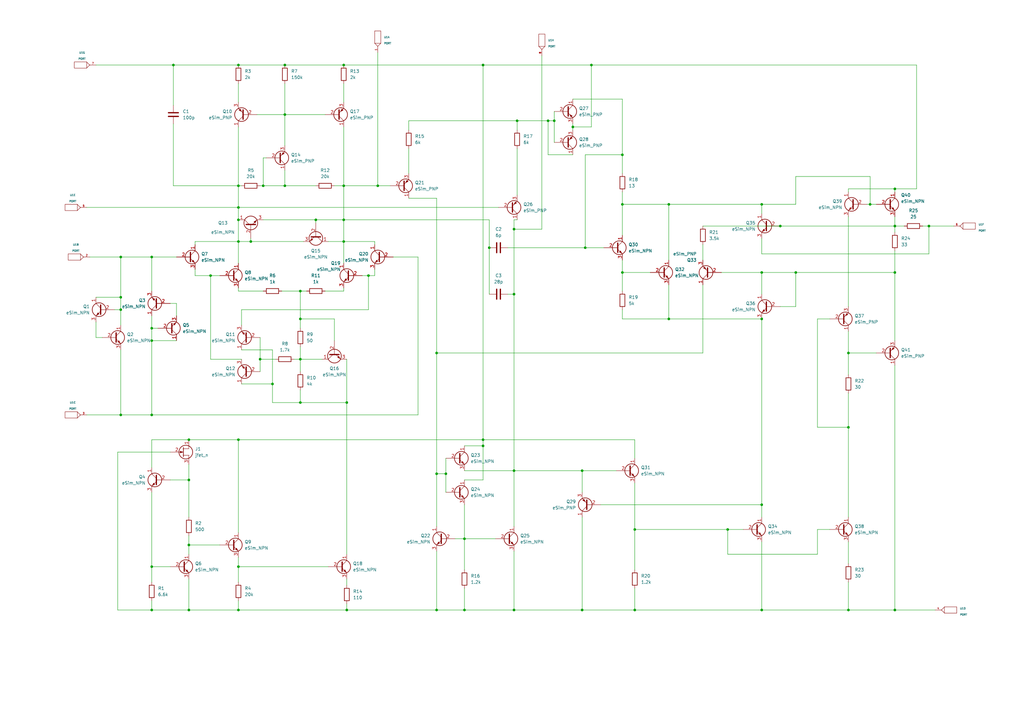
<source format=kicad_sch>
(kicad_sch (version 20211123) (generator eeschema)
  (paper "A3")
  (lib_symbols
    (symbol "eSim_Devices:capacitor" (pin_numbers hide) (pin_names (offset 0.254))
      (property "Reference" "C" (at 0.635 2.54 0))
      (property "Value" "capacitor" (at 0.635 -2.54 0))
      (symbol "capacitor_0_1"
        (polyline (pts (xy -2.032 -0.762) (xy 2.032 -0.762)) (stroke (width 0.508)))
        (polyline (pts (xy -2.032 0.762) (xy 2.032 0.762)) (stroke (width 0.508)))
      )
      (symbol "capacitor_1_1"
        (pin passive line (at 0 3.81 270) (length 2.794) (name "~") (number "1"))
        (pin passive line (at 0 -3.81 90) (length 2.794) (name "~") (number "2"))
      )
    )
    (symbol "eSim_Devices:eSim_NPN" (pin_names (offset 0) hide)
      (property "Reference" "Q" (at -2.54 1.27 0))
      (property "Value" "eSim_NPN" (at -1.27 3.81 0))
      (symbol "eSim_NPN_0_1"
        (polyline (pts (xy 0.635 0.635) (xy 2.54 2.54)))
        (polyline (pts (xy 0.635 -0.635) (xy 2.54 -2.54) (xy 2.54 -2.54)))
        (polyline (pts (xy 0.635 1.905) (xy 0.635 -1.905) (xy 0.635 -1.905)) (stroke (width 0.508)))
        (polyline (pts (xy 1.27 -1.778) (xy 1.778 -1.27) (xy 2.286 -2.286) (xy 1.27 -1.778) (xy 1.27 -1.778)) (fill (type outline)))
        (circle (center 1.27 0) (radius 2.8194) (stroke (width 0.254)))
      )
      (symbol "eSim_NPN_1_1"
        (pin passive line (at 2.54 5.08 270) (length 2.54) (name "C") (number "1"))
        (pin passive line (at -5.08 0 0) (length 5.715) (name "B") (number "2"))
        (pin passive line (at 2.54 -5.08 90) (length 2.54) (name "E") (number "3"))
      )
    )
    (symbol "eSim_Devices:eSim_PNP" (pin_names (offset 0) hide)
      (property "Reference" "Q" (at -2.54 1.27 0))
      (property "Value" "eSim_PNP" (at -1.27 3.81 0))
      (symbol "eSim_PNP_0_1"
        (polyline (pts (xy 0.635 0.635) (xy 2.54 2.54)))
        (polyline (pts (xy 0.635 -0.635) (xy 2.54 -2.54) (xy 2.54 -2.54)))
        (polyline (pts (xy 0.635 1.905) (xy 0.635 -1.905) (xy 0.635 -1.905)) (stroke (width 0.508)))
        (polyline (pts (xy 2.286 -1.778) (xy 1.778 -2.286) (xy 1.27 -1.27) (xy 2.286 -1.778) (xy 2.286 -1.778)) (fill (type outline)))
        (circle (center 1.27 0) (radius 2.8194) (stroke (width 0.254)))
      )
      (symbol "eSim_PNP_1_1"
        (pin passive line (at 2.54 5.08 270) (length 2.54) (name "C") (number "1"))
        (pin passive line (at -5.08 0 0) (length 5.715) (name "B") (number "2"))
        (pin passive line (at 2.54 -5.08 90) (length 2.54) (name "E") (number "3"))
      )
    )
    (symbol "eSim_Devices:jfet_n" (pin_names (offset 0) hide)
      (property "Reference" "J" (at -2.54 1.27 0))
      (property "Value" "jfet_n" (at -1.27 3.81 0))
      (symbol "jfet_n_0_1"
        (polyline (pts (xy 0.254 1.905) (xy 0.254 -1.905) (xy 0.254 -1.905)) (stroke (width 0.254)))
        (polyline (pts (xy 2.54 -2.54) (xy 2.54 -1.27) (xy 0.254 -1.27)))
        (polyline (pts (xy 2.54 2.54) (xy 2.54 1.397) (xy 0.254 1.397)))
        (polyline (pts (xy 0 0) (xy -1.016 0.381) (xy -1.016 -0.381) (xy 0 0)) (fill (type outline)))
        (circle (center 1.27 0) (radius 2.8194) (stroke (width 0.254)))
      )
      (symbol "jfet_n_1_1"
        (pin passive line (at 2.54 5.08 270) (length 2.54) (name "D") (number "1"))
        (pin passive line (at -5.08 0 0) (length 5.334) (name "G") (number "2"))
        (pin passive line (at 2.54 -5.08 90) (length 2.54) (name "S") (number "3"))
      )
    )
    (symbol "eSim_Devices:resistor" (pin_numbers hide) (pin_names (offset 0))
      (property "Reference" "R" (at 1.27 3.302 0))
      (property "Value" "resistor" (at 1.27 -1.27 0))
      (symbol "resistor_0_1"
        (rectangle (start 3.81 0.254) (end -1.27 2.286) (stroke (width 0.254)))
      )
      (symbol "resistor_1_1"
        (pin passive line (at -2.54 1.27 0) (length 1.27) (name "~") (number "1"))
        (pin passive line (at 5.08 1.27 180) (length 1.27) (name "~") (number "2"))
      )
    )
    (symbol "eSim_Miscellaneous:PORT" (pin_names (offset 1.016))
      (property "Reference" "U" (at 1.27 2.54 0))
      (property "Value" "PORT" (at 0 0 0))
      (symbol "PORT_0_1"
        (rectangle (start -2.54 1.27) (end 2.54 -1.27))
        (arc (start 2.54 1.27) (mid 3.1355 0.5955) (end 3.81 0))
        (arc (start 3.81 0) (mid 3.1447 -0.6046) (end 2.54 -1.27))
      )
      (symbol "PORT_1_1"
        (pin bidirectional line (at 6.35 0 180) (length 2.54) (name "~") (number "1"))
      )
      (symbol "PORT_2_1"
        (pin bidirectional line (at 6.35 0 180) (length 2.54) (name "~") (number "2"))
      )
      (symbol "PORT_3_1"
        (pin bidirectional line (at 6.35 0 180) (length 2.54) (name "~") (number "3"))
      )
      (symbol "PORT_4_1"
        (pin bidirectional line (at 6.35 0 180) (length 2.54) (name "~") (number "4"))
      )
      (symbol "PORT_5_1"
        (pin bidirectional line (at 6.35 0 180) (length 2.54) (name "~") (number "5"))
      )
      (symbol "PORT_6_1"
        (pin bidirectional line (at 6.35 0 180) (length 2.54) (name "~") (number "6"))
      )
      (symbol "PORT_7_1"
        (pin bidirectional line (at 6.35 0 180) (length 2.54) (name "~") (number "7"))
      )
      (symbol "PORT_8_1"
        (pin bidirectional line (at 6.35 0 180) (length 2.54) (name "~") (number "8"))
      )
      (symbol "PORT_9_1"
        (pin bidirectional line (at 6.35 0 180) (length 2.54) (name "~") (number "9"))
      )
      (symbol "PORT_10_1"
        (pin bidirectional line (at 6.35 0 180) (length 2.54) (name "~") (number "10"))
      )
      (symbol "PORT_11_1"
        (pin bidirectional line (at 6.35 0 180) (length 2.54) (name "~") (number "11"))
      )
      (symbol "PORT_12_1"
        (pin bidirectional line (at 6.35 0 180) (length 2.54) (name "~") (number "12"))
      )
      (symbol "PORT_13_1"
        (pin bidirectional line (at 6.35 0 180) (length 2.54) (name "~") (number "13"))
      )
      (symbol "PORT_14_1"
        (pin bidirectional line (at 6.35 0 180) (length 2.54) (name "~") (number "14"))
      )
      (symbol "PORT_15_1"
        (pin bidirectional line (at 6.35 0 180) (length 2.54) (name "~") (number "15"))
      )
      (symbol "PORT_16_1"
        (pin bidirectional line (at 6.35 0 180) (length 2.54) (name "~") (number "16"))
      )
      (symbol "PORT_17_1"
        (pin bidirectional line (at 6.35 0 180) (length 2.54) (name "~") (number "17"))
      )
      (symbol "PORT_18_1"
        (pin bidirectional line (at 6.35 0 180) (length 2.54) (name "~") (number "18"))
      )
      (symbol "PORT_19_1"
        (pin bidirectional line (at 6.35 0 180) (length 2.54) (name "~") (number "19"))
      )
      (symbol "PORT_20_1"
        (pin bidirectional line (at 6.35 0 180) (length 2.54) (name "~") (number "20"))
      )
      (symbol "PORT_21_1"
        (pin bidirectional line (at 6.35 0 180) (length 2.54) (name "~") (number "21"))
      )
      (symbol "PORT_22_1"
        (pin bidirectional line (at 6.35 0 180) (length 2.54) (name "~") (number "22"))
      )
      (symbol "PORT_23_1"
        (pin bidirectional line (at 6.35 0 180) (length 2.54) (name "~") (number "23"))
      )
      (symbol "PORT_24_1"
        (pin bidirectional line (at 6.35 0 180) (length 2.54) (name "~") (number "24"))
      )
      (symbol "PORT_25_1"
        (pin bidirectional line (at 6.35 0 180) (length 2.54) (name "~") (number "25"))
      )
      (symbol "PORT_26_1"
        (pin bidirectional line (at 6.35 0 180) (length 2.54) (name "~") (number "26"))
      )
    )
  )
  (junction (at 97.79 99.06))
  (junction (at 312.42 250.19))
  (junction (at 140.97 90.17))
  (junction (at 62.23 139.7))
  (junction (at 107.95 76.2))
  (junction (at 320.04 92.71))
  (junction (at 179.07 194.31))
  (junction (at 190.5 220.98))
  (junction (at 142.24 165.1))
  (junction (at 255.27 63.5))
  (junction (at 129.54 90.17))
  (junction (at 49.53 127))
  (junction (at 97.79 90.17))
  (junction (at 86.36 113.03))
  (junction (at 151.13 113.03))
  (junction (at 238.76 193.04))
  (junction (at 227.33 49.53))
  (junction (at 97.79 180.34))
  (junction (at 62.23 250.19))
  (junction (at 234.95 52.07))
  (junction (at 97.79 250.19))
  (junction (at 140.97 99.06))
  (junction (at 347.98 144.78))
  (junction (at 238.76 250.19))
  (junction (at 116.84 46.99))
  (junction (at 49.53 170.18))
  (junction (at 367.03 92.71))
  (junction (at 198.12 182.88))
  (junction (at 97.79 76.2))
  (junction (at 97.79 26.67))
  (junction (at 312.42 83.82))
  (junction (at 367.03 250.19))
  (junction (at 77.47 180.34))
  (junction (at 367.03 111.76))
  (junction (at 260.35 217.17))
  (junction (at 179.07 144.78))
  (junction (at 123.19 130.81))
  (junction (at 312.42 130.81))
  (junction (at 198.12 180.34))
  (junction (at 210.82 93.98))
  (junction (at 142.24 250.19))
  (junction (at 210.82 193.04))
  (junction (at 49.53 121.92))
  (junction (at 116.84 76.2))
  (junction (at 123.19 165.1))
  (junction (at 62.23 134.62))
  (junction (at 182.88 194.31))
  (junction (at 198.12 26.67))
  (junction (at 200.66 101.6))
  (junction (at 347.98 175.26))
  (junction (at 356.87 83.82))
  (junction (at 190.5 250.19))
  (junction (at 274.32 83.82))
  (junction (at 154.94 76.2))
  (junction (at 367.03 77.47))
  (junction (at 210.82 120.65))
  (junction (at 106.68 147.32))
  (junction (at 140.97 76.2))
  (junction (at 111.76 157.48))
  (junction (at 62.23 105.41))
  (junction (at 71.12 26.67))
  (junction (at 347.98 250.19))
  (junction (at 123.19 147.32))
  (junction (at 179.07 250.19))
  (junction (at 62.23 232.41))
  (junction (at 140.97 26.67))
  (junction (at 97.79 232.41))
  (junction (at 312.42 207.01))
  (junction (at 49.53 105.41))
  (junction (at 77.47 250.19))
  (junction (at 210.82 250.19))
  (junction (at 240.03 101.6))
  (junction (at 274.32 130.81))
  (junction (at 62.23 170.18))
  (junction (at 326.39 111.76))
  (junction (at 312.42 111.76))
  (junction (at 260.35 250.19))
  (junction (at 77.47 223.52))
  (junction (at 123.19 119.38))
  (junction (at 255.27 83.82))
  (junction (at 298.45 217.17))
  (junction (at 224.79 49.53))
  (junction (at 255.27 111.76))
  (junction (at 381 92.71))
  (junction (at 102.87 99.06))
  (junction (at 77.47 196.85))
  (junction (at 97.79 85.09))
  (junction (at 242.57 26.67))
  (junction (at 212.09 49.53))
  (junction (at 116.84 26.67))
  (wire (pts (xy 240.03 63.5) (xy 240.03 101.6)))
  (wire (pts (xy 77.47 237.49) (xy 77.47 250.19)))
  (wire (pts (xy 123.19 165.1) (xy 111.76 165.1)))
  (wire (pts (xy 190.5 220.98) (xy 190.5 207.01)))
  (wire (pts (xy 255.27 111.76) (xy 255.27 119.38)))
  (wire (pts (xy 260.35 217.17) (xy 260.35 233.68)))
  (wire (pts (xy 224.79 63.5) (xy 224.79 49.53)))
  (wire (pts (xy 198.12 182.88) (xy 190.5 182.88)))
  (wire (pts (xy 320.04 125.73) (xy 326.39 125.73)))
  (wire (pts (xy 347.98 135.89) (xy 347.98 144.78)))
  (wire (pts (xy 123.19 147.32) (xy 132.08 147.32)))
  (wire (pts (xy 274.32 106.68) (xy 274.32 83.82)))
  (wire (pts (xy 99.06 143.51) (xy 111.76 143.51)))
  (wire (pts (xy 367.03 250.19) (xy 383.54 250.19)))
  (wire (pts (xy 77.47 196.85) (xy 77.47 212.09)))
  (wire (pts (xy 99.06 133.35) (xy 99.06 127)))
  (wire (pts (xy 140.97 34.29) (xy 140.97 41.91)))
  (wire (pts (xy 335.28 217.17) (xy 335.28 227.33)))
  (wire (pts (xy 72.39 139.7) (xy 62.23 139.7)))
  (wire (pts (xy 255.27 63.5) (xy 240.03 63.5)))
  (wire (pts (xy 77.47 223.52) (xy 77.47 227.33)))
  (wire (pts (xy 142.24 237.49) (xy 142.24 240.03)))
  (wire (pts (xy 140.97 76.2) (xy 140.97 90.17)))
  (wire (pts (xy 62.23 191.77) (xy 62.23 180.34)))
  (wire (pts (xy 234.95 52.07) (xy 242.57 52.07)))
  (wire (pts (xy 238.76 212.09) (xy 238.76 250.19)))
  (wire (pts (xy 77.47 219.71) (xy 77.47 223.52)))
  (wire (pts (xy 106.68 147.32) (xy 106.68 152.4)))
  (wire (pts (xy 140.97 99.06) (xy 140.97 107.95)))
  (wire (pts (xy 179.07 194.31) (xy 182.88 194.31)))
  (wire (pts (xy 288.29 92.71) (xy 320.04 92.71)))
  (wire (pts (xy 179.07 194.31) (xy 179.07 215.9)))
  (wire (pts (xy 312.42 207.01) (xy 312.42 212.09)))
  (wire (pts (xy 367.03 92.71) (xy 367.03 95.25)))
  (wire (pts (xy 210.82 193.04) (xy 190.5 193.04)))
  (wire (pts (xy 227.33 45.72) (xy 227.33 49.53)))
  (wire (pts (xy 312.42 104.14) (xy 381 104.14)))
  (wire (pts (xy 255.27 78.74) (xy 255.27 83.82)))
  (wire (pts (xy 179.07 81.28) (xy 179.07 144.78)))
  (wire (pts (xy 62.23 105.41) (xy 62.23 119.38)))
  (wire (pts (xy 97.79 228.6) (xy 97.79 232.41)))
  (wire (pts (xy 212.09 60.96) (xy 212.09 80.01)))
  (wire (pts (xy 48.26 250.19) (xy 62.23 250.19)))
  (wire (pts (xy 140.97 119.38) (xy 140.97 118.11)))
  (wire (pts (xy 97.79 99.06) (xy 102.87 99.06)))
  (wire (pts (xy 367.03 250.19) (xy 347.98 250.19)))
  (wire (pts (xy 97.79 34.29) (xy 97.79 41.91)))
  (wire (pts (xy 212.09 49.53) (xy 224.79 49.53)))
  (wire (pts (xy 255.27 130.81) (xy 255.27 127)))
  (wire (pts (xy 234.95 50.8) (xy 234.95 52.07)))
  (wire (pts (xy 260.35 217.17) (xy 298.45 217.17)))
  (wire (pts (xy 62.23 139.7) (xy 62.23 170.18)))
  (wire (pts (xy 77.47 250.19) (xy 62.23 250.19)))
  (wire (pts (xy 140.97 76.2) (xy 154.94 76.2)))
  (wire (pts (xy 190.5 196.85) (xy 198.12 196.85)))
  (wire (pts (xy 260.35 180.34) (xy 198.12 180.34)))
  (wire (pts (xy 97.79 85.09) (xy 204.47 85.09)))
  (wire (pts (xy 80.01 113.03) (xy 86.36 113.03)))
  (wire (pts (xy 255.27 63.5) (xy 255.27 71.12)))
  (wire (pts (xy 260.35 241.3) (xy 260.35 250.19)))
  (wire (pts (xy 210.82 93.98) (xy 222.25 93.98)))
  (wire (pts (xy 246.38 207.01) (xy 312.42 207.01)))
  (wire (pts (xy 115.57 119.38) (xy 123.19 119.38)))
  (wire (pts (xy 190.5 250.19) (xy 179.07 250.19)))
  (wire (pts (xy 123.19 160.02) (xy 123.19 165.1)))
  (wire (pts (xy 367.03 149.86) (xy 367.03 250.19)))
  (wire (pts (xy 154.94 76.2) (xy 160.02 76.2)))
  (wire (pts (xy 140.97 90.17) (xy 140.97 99.06)))
  (wire (pts (xy 356.87 72.39) (xy 326.39 72.39)))
  (wire (pts (xy 355.6 83.82) (xy 356.87 83.82)))
  (wire (pts (xy 367.03 77.47) (xy 367.03 78.74)))
  (wire (pts (xy 62.23 134.62) (xy 64.77 134.62)))
  (wire (pts (xy 86.36 147.32) (xy 86.36 113.03)))
  (wire (pts (xy 208.28 120.65) (xy 210.82 120.65)))
  (wire (pts (xy 210.82 120.65) (xy 210.82 193.04)))
  (wire (pts (xy 367.03 77.47) (xy 375.92 77.47)))
  (wire (pts (xy 134.62 99.06) (xy 140.97 99.06)))
  (wire (pts (xy 97.79 26.67) (xy 116.84 26.67)))
  (wire (pts (xy 224.79 49.53) (xy 227.33 49.53)))
  (wire (pts (xy 210.82 226.06) (xy 210.82 250.19)))
  (wire (pts (xy 171.45 105.41) (xy 171.45 170.18)))
  (wire (pts (xy 124.46 99.06) (xy 102.87 99.06)))
  (wire (pts (xy 367.03 111.76) (xy 367.03 139.7)))
  (wire (pts (xy 62.23 105.41) (xy 72.39 105.41)))
  (wire (pts (xy 97.79 90.17) (xy 97.79 99.06)))
  (wire (pts (xy 49.53 105.41) (xy 62.23 105.41)))
  (wire (pts (xy 347.98 77.47) (xy 367.03 77.47)))
  (wire (pts (xy 298.45 227.33) (xy 298.45 217.17)))
  (wire (pts (xy 97.79 119.38) (xy 107.95 119.38)))
  (wire (pts (xy 326.39 125.73) (xy 326.39 111.76)))
  (wire (pts (xy 255.27 106.68) (xy 255.27 111.76)))
  (wire (pts (xy 312.42 120.65) (xy 312.42 111.76)))
  (wire (pts (xy 137.16 139.7) (xy 137.16 130.81)))
  (wire (pts (xy 106.68 147.32) (xy 113.03 147.32)))
  (wire (pts (xy 69.85 185.42) (xy 48.26 185.42)))
  (wire (pts (xy 198.12 196.85) (xy 198.12 182.88)))
  (wire (pts (xy 234.95 40.64) (xy 255.27 40.64)))
  (wire (pts (xy 312.42 250.19) (xy 260.35 250.19)))
  (wire (pts (xy 97.79 76.2) (xy 99.06 76.2)))
  (wire (pts (xy 312.42 97.79) (xy 312.42 104.14)))
  (wire (pts (xy 288.29 144.78) (xy 179.07 144.78)))
  (wire (pts (xy 140.97 99.06) (xy 153.67 99.06)))
  (wire (pts (xy 347.98 78.74) (xy 347.98 77.47)))
  (wire (pts (xy 49.53 121.92) (xy 49.53 127)))
  (wire (pts (xy 238.76 193.04) (xy 252.73 193.04)))
  (wire (pts (xy 62.23 250.19) (xy 62.23 246.38)))
  (wire (pts (xy 312.42 207.01) (xy 312.42 130.81)))
  (wire (pts (xy 77.47 190.5) (xy 77.47 196.85)))
  (wire (pts (xy 39.37 132.08) (xy 39.37 138.43)))
  (wire (pts (xy 99.06 127) (xy 151.13 127)))
  (wire (pts (xy 335.28 227.33) (xy 298.45 227.33)))
  (wire (pts (xy 298.45 217.17) (xy 304.8 217.17)))
  (wire (pts (xy 326.39 72.39) (xy 326.39 83.82)))
  (wire (pts (xy 161.29 105.41) (xy 171.45 105.41)))
  (wire (pts (xy 116.84 46.99) (xy 116.84 59.69)))
  (wire (pts (xy 198.12 26.67) (xy 140.97 26.67)))
  (wire (pts (xy 238.76 201.93) (xy 238.76 193.04)))
  (wire (pts (xy 133.35 119.38) (xy 140.97 119.38)))
  (wire (pts (xy 167.64 49.53) (xy 167.64 53.34)))
  (wire (pts (xy 80.01 100.33) (xy 80.01 99.06)))
  (wire (pts (xy 39.37 138.43) (xy 41.91 138.43)))
  (wire (pts (xy 335.28 130.81) (xy 335.28 175.26)))
  (wire (pts (xy 71.12 50.8) (xy 71.12 76.2)))
  (wire (pts (xy 260.35 187.96) (xy 260.35 180.34)))
  (wire (pts (xy 190.5 241.3) (xy 190.5 250.19)))
  (wire (pts (xy 97.79 85.09) (xy 97.79 90.17)))
  (wire (pts (xy 210.82 250.19) (xy 190.5 250.19)))
  (wire (pts (xy 212.09 49.53) (xy 167.64 49.53)))
  (wire (pts (xy 129.54 90.17) (xy 129.54 91.44)))
  (wire (pts (xy 109.22 64.77) (xy 107.95 64.77)))
  (wire (pts (xy 142.24 165.1) (xy 142.24 227.33)))
  (wire (pts (xy 71.12 43.18) (xy 71.12 26.67)))
  (wire (pts (xy 151.13 113.03) (xy 153.67 113.03)))
  (wire (pts (xy 49.53 170.18) (xy 62.23 170.18)))
  (wire (pts (xy 49.53 127) (xy 49.53 133.35)))
  (wire (pts (xy 80.01 99.06) (xy 97.79 99.06)))
  (wire (pts (xy 381 92.71) (xy 378.46 92.71)))
  (wire (pts (xy 240.03 101.6) (xy 247.65 101.6)))
  (wire (pts (xy 148.59 113.03) (xy 151.13 113.03)))
  (wire (pts (xy 210.82 90.17) (xy 210.82 93.98)))
  (wire (pts (xy 198.12 180.34) (xy 198.12 182.88)))
  (wire (pts (xy 347.98 88.9) (xy 347.98 125.73)))
  (wire (pts (xy 120.65 147.32) (xy 123.19 147.32)))
  (wire (pts (xy 97.79 180.34) (xy 198.12 180.34)))
  (wire (pts (xy 97.79 52.07) (xy 97.79 76.2)))
  (wire (pts (xy 35.56 85.09) (xy 97.79 85.09)))
  (wire (pts (xy 62.23 170.18) (xy 171.45 170.18)))
  (wire (pts (xy 106.68 138.43) (xy 106.68 147.32)))
  (wire (pts (xy 234.95 52.07) (xy 234.95 53.34)))
  (wire (pts (xy 255.27 40.64) (xy 255.27 63.5)))
  (wire (pts (xy 367.03 88.9) (xy 367.03 92.71)))
  (wire (pts (xy 375.92 26.67) (xy 242.57 26.67)))
  (wire (pts (xy 375.92 77.47) (xy 375.92 26.67)))
  (wire (pts (xy 97.79 218.44) (xy 97.79 180.34)))
  (wire (pts (xy 179.07 226.06) (xy 179.07 250.19)))
  (wire (pts (xy 97.79 232.41) (xy 97.79 238.76)))
  (wire (pts (xy 123.19 147.32) (xy 123.19 152.4)))
  (wire (pts (xy 154.94 21.59) (xy 154.94 76.2)))
  (wire (pts (xy 153.67 113.03) (xy 153.67 110.49)))
  (wire (pts (xy 106.68 76.2) (xy 107.95 76.2)))
  (wire (pts (xy 116.84 26.67) (xy 140.97 26.67)))
  (wire (pts (xy 186.69 220.98) (xy 190.5 220.98)))
  (wire (pts (xy 222.25 22.86) (xy 222.25 93.98)))
  (wire (pts (xy 107.95 64.77) (xy 107.95 76.2)))
  (wire (pts (xy 238.76 250.19) (xy 210.82 250.19)))
  (wire (pts (xy 36.83 105.41) (xy 49.53 105.41)))
  (wire (pts (xy 97.79 232.41) (xy 134.62 232.41)))
  (wire (pts (xy 227.33 49.53) (xy 227.33 58.42)))
  (wire (pts (xy 190.5 220.98) (xy 190.5 233.68)))
  (wire (pts (xy 260.35 250.19) (xy 238.76 250.19)))
  (wire (pts (xy 312.42 222.25) (xy 312.42 250.19)))
  (wire (pts (xy 179.07 144.78) (xy 179.07 194.31)))
  (wire (pts (xy 142.24 165.1) (xy 123.19 165.1)))
  (wire (pts (xy 71.12 26.67) (xy 39.37 26.67)))
  (wire (pts (xy 123.19 142.24) (xy 123.19 147.32)))
  (wire (pts (xy 340.36 217.17) (xy 335.28 217.17)))
  (wire (pts (xy 242.57 26.67) (xy 198.12 26.67)))
  (wire (pts (xy 137.16 76.2) (xy 140.97 76.2)))
  (wire (pts (xy 123.19 130.81) (xy 123.19 134.62)))
  (wire (pts (xy 102.87 99.06) (xy 102.87 97.79)))
  (wire (pts (xy 234.95 63.5) (xy 224.79 63.5)))
  (wire (pts (xy 99.06 147.32) (xy 86.36 147.32)))
  (wire (pts (xy 142.24 247.65) (xy 142.24 250.19)))
  (wire (pts (xy 116.84 34.29) (xy 116.84 46.99)))
  (wire (pts (xy 347.98 222.25) (xy 347.98 231.14)))
  (wire (pts (xy 153.67 99.06) (xy 153.67 100.33)))
  (wire (pts (xy 97.79 99.06) (xy 97.79 107.95)))
  (wire (pts (xy 320.04 92.71) (xy 367.03 92.71)))
  (wire (pts (xy 347.98 175.26) (xy 347.98 212.09)))
  (wire (pts (xy 312.42 87.63) (xy 312.42 83.82)))
  (wire (pts (xy 367.03 92.71) (xy 370.84 92.71)))
  (wire (pts (xy 48.26 185.42) (xy 48.26 250.19)))
  (wire (pts (xy 198.12 180.34) (xy 198.12 26.67)))
  (wire (pts (xy 46.99 127) (xy 49.53 127)))
  (wire (pts (xy 242.57 52.07) (xy 242.57 26.67)))
  (wire (pts (xy 62.23 180.34) (xy 77.47 180.34)))
  (wire (pts (xy 77.47 223.52) (xy 90.17 223.52)))
  (wire (pts (xy 116.84 76.2) (xy 129.54 76.2)))
  (wire (pts (xy 69.85 196.85) (xy 77.47 196.85)))
  (wire (pts (xy 238.76 193.04) (xy 210.82 193.04)))
  (wire (pts (xy 347.98 161.29) (xy 347.98 175.26)))
  (wire (pts (xy 260.35 198.12) (xy 260.35 217.17)))
  (wire (pts (xy 49.53 105.41) (xy 49.53 121.92)))
  (wire (pts (xy 35.56 170.18) (xy 49.53 170.18)))
  (wire (pts (xy 274.32 130.81) (xy 255.27 130.81)))
  (wire (pts (xy 49.53 143.51) (xy 49.53 170.18)))
  (wire (pts (xy 62.23 139.7) (xy 62.23 134.62)))
  (wire (pts (xy 326.39 111.76) (xy 312.42 111.76)))
  (wire (pts (xy 116.84 69.85) (xy 116.84 76.2)))
  (wire (pts (xy 167.64 81.28) (xy 179.07 81.28)))
  (wire (pts (xy 210.82 93.98) (xy 210.82 120.65)))
  (wire (pts (xy 167.64 60.96) (xy 167.64 71.12)))
  (wire (pts (xy 111.76 165.1) (xy 111.76 157.48)))
  (wire (pts (xy 190.5 220.98) (xy 203.2 220.98)))
  (wire (pts (xy 107.95 90.17) (xy 129.54 90.17)))
  (wire (pts (xy 97.79 250.19) (xy 77.47 250.19)))
  (wire (pts (xy 200.66 101.6) (xy 200.66 90.17)))
  (wire (pts (xy 381 92.71) (xy 391.16 92.71)))
  (wire (pts (xy 255.27 83.82) (xy 255.27 96.52)))
  (wire (pts (xy 105.41 46.99) (xy 116.84 46.99)))
  (wire (pts (xy 179.07 250.19) (xy 142.24 250.19)))
  (wire (pts (xy 210.82 215.9) (xy 210.82 193.04)))
  (wire (pts (xy 123.19 130.81) (xy 137.16 130.81)))
  (wire (pts (xy 123.19 119.38) (xy 123.19 130.81)))
  (wire (pts (xy 347.98 238.76) (xy 347.98 250.19)))
  (wire (pts (xy 72.39 129.54) (xy 72.39 124.46)))
  (wire (pts (xy 200.66 90.17) (xy 140.97 90.17)))
  (wire (pts (xy 312.42 111.76) (xy 295.91 111.76)))
  (wire (pts (xy 356.87 83.82) (xy 356.87 72.39)))
  (wire (pts (xy 129.54 90.17) (xy 140.97 90.17)))
  (wire (pts (xy 99.06 157.48) (xy 111.76 157.48)))
  (wire (pts (xy 97.79 246.38) (xy 97.79 250.19)))
  (wire (pts (xy 212.09 53.34) (xy 212.09 49.53)))
  (wire (pts (xy 142.24 147.32) (xy 142.24 165.1)))
  (wire (pts (xy 347.98 144.78) (xy 359.41 144.78)))
  (wire (pts (xy 274.32 116.84) (xy 274.32 130.81)))
  (wire (pts (xy 200.66 101.6) (xy 200.66 120.65)))
  (wire (pts (xy 97.79 180.34) (xy 77.47 180.34)))
  (wire (pts (xy 182.88 194.31) (xy 182.88 201.93)))
  (wire (pts (xy 274.32 83.82) (xy 255.27 83.82)))
  (wire (pts (xy 39.37 121.92) (xy 49.53 121.92)))
  (wire (pts (xy 347.98 250.19) (xy 312.42 250.19)))
  (wire (pts (xy 107.95 76.2) (xy 116.84 76.2)))
  (wire (pts (xy 123.19 119.38) (xy 125.73 119.38)))
  (wire (pts (xy 182.88 187.96) (xy 182.88 194.31)))
  (wire (pts (xy 381 104.14) (xy 381 92.71)))
  (wire (pts (xy 326.39 83.82) (xy 312.42 83.82)))
  (wire (pts (xy 62.23 129.54) (xy 62.23 134.62)))
  (wire (pts (xy 367.03 102.87) (xy 367.03 111.76)))
  (wire (pts (xy 62.23 232.41) (xy 62.23 238.76)))
  (wire (pts (xy 97.79 118.11) (xy 97.79 119.38)))
  (wire (pts (xy 212.09 90.17) (xy 210.82 90.17)))
  (wire (pts (xy 288.29 116.84) (xy 288.29 144.78)))
  (wire (pts (xy 62.23 201.93) (xy 62.23 232.41)))
  (wire (pts (xy 97.79 250.19) (xy 142.24 250.19)))
  (wire (pts (xy 347.98 144.78) (xy 347.98 153.67)))
  (wire (pts (xy 151.13 127) (xy 151.13 113.03)))
  (wire (pts (xy 312.42 130.81) (xy 274.32 130.81)))
  (wire (pts (xy 116.84 46.99) (xy 133.35 46.99)))
  (wire (pts (xy 80.01 110.49) (xy 80.01 113.03)))
  (wire (pts (xy 335.28 175.26) (xy 347.98 175.26)))
  (wire (pts (xy 340.36 130.81) (xy 335.28 130.81)))
  (wire (pts (xy 86.36 113.03) (xy 90.17 113.03)))
  (wire (pts (xy 97.79 76.2) (xy 97.79 85.09)))
  (wire (pts (xy 312.42 83.82) (xy 274.32 83.82)))
  (wire (pts (xy 71.12 76.2) (xy 97.79 76.2)))
  (wire (pts (xy 72.39 124.46) (xy 69.85 124.46)))
  (wire (pts (xy 208.28 101.6) (xy 240.03 101.6)))
  (wire (pts (xy 255.27 111.76) (xy 266.7 111.76)))
  (wire (pts (xy 71.12 26.67) (xy 97.79 26.67)))
  (wire (pts (xy 356.87 83.82) (xy 359.41 83.82)))
  (wire (pts (xy 288.29 100.33) (xy 288.29 106.68)))
  (wire (pts (xy 111.76 143.51) (xy 111.76 157.48)))
  (wire (pts (xy 367.03 111.76) (xy 326.39 111.76)))
  (wire (pts (xy 140.97 76.2) (xy 140.97 52.07)))
  (wire (pts (xy 62.23 232.41) (xy 69.85 232.41)))
  (symbol (lib_id "eSim_Devices:resistor") (at 101.6 77.47 0) (unit 1)
    (property "Reference" "R5" (at 102.87 69.85 0))
    (property "Value" "20k" (at 102.87 72.39 0))
  )
  (symbol (lib_id "eSim_Devices:eSim_NPN") (at 187.96 201.93 0) (unit 1)
    (property "Reference" "Q24" (at 193.04 200.6599 0) (effects (justify left)))
    (property "Value" "eSim_NPN" (at 193.04 203.1999 0) (effects (justify left)))
  )
  (symbol (lib_id "eSim_Devices:resistor") (at 191.77 238.76 90) (unit 1)
    (property "Reference" "R16" (at 193.04 236.2199 90) (effects (justify right)))
    (property "Value" "1.2k" (at 193.04 238.7599 90) (effects (justify right)))
  )
  (symbol (lib_id "eSim_Devices:eSim_PNP") (at 100.33 46.99 180) (unit 1)
    (property "Reference" "Q10" (at 95.25 45.7199 0) (effects (justify left)))
    (property "Value" "eSim_PNP" (at 95.25 48.2599 0) (effects (justify left)))
  )
  (symbol (lib_id "eSim_Devices:eSim_NPN") (at 137.16 144.78 90) (mirror x) (unit 1)
    (property "Reference" "Q16" (at 137.16 151.13 90))
    (property "Value" "eSim_NPN" (at 137.16 153.67 90))
  )
  (symbol (lib_id "eSim_Devices:eSim_NPN") (at 129.54 96.52 270) (unit 1)
    (property "Reference" "Q15" (at 129.54 102.87 90))
    (property "Value" "eSim_NPN" (at 129.54 105.41 90))
  )
  (symbol (lib_id "eSim_Miscellaneous:PORT") (at 389.89 250.19 180) (unit 4)
    (property "Reference" "U1" (at 393.7 249.555 0) (effects (font (size 0.762 0.762)) (justify right)))
    (property "Value" "PORT" (at 393.7 252.095 0) (effects (font (size 0.762 0.762)) (justify right)))
  )
  (symbol (lib_id "eSim_Miscellaneous:PORT") (at 29.21 170.18 0) (unit 3)
    (property "Reference" "U1" (at 29.845 165.1 0) (effects (font (size 0.762 0.762))))
    (property "Value" "PORT" (at 29.845 167.64 0) (effects (font (size 0.762 0.762))))
  )
  (symbol (lib_id "eSim_Devices:eSim_PNP") (at 345.44 130.81 0) (mirror x) (unit 1)
    (property "Reference" "Q37" (at 350.52 129.5399 0) (effects (justify left)))
    (property "Value" "eSim_PNP" (at 350.52 132.0799 0) (effects (justify left)))
  )
  (symbol (lib_id "eSim_Devices:eSim_PNP") (at 232.41 45.72 0) (unit 1)
    (property "Reference" "Q27" (at 237.49 44.4499 0) (effects (justify left)))
    (property "Value" "eSim_PNP" (at 237.49 46.9899 0) (effects (justify left)))
  )
  (symbol (lib_id "eSim_Devices:eSim_NPN") (at 314.96 125.73 0) (mirror y) (unit 1)
    (property "Reference" "Q36" (at 309.88 124.4599 0) (effects (justify left)))
    (property "Value" "eSim_NPN" (at 309.88 126.9999 0) (effects (justify left)))
  )
  (symbol (lib_id "eSim_Devices:jfet_n") (at 74.93 185.42 0) (unit 1)
    (property "Reference" "J1" (at 80.01 184.1499 0) (effects (justify left)))
    (property "Value" "jfet_n" (at 80.01 186.6899 0) (effects (justify left)))
  )
  (symbol (lib_id "eSim_Devices:resistor") (at 132.08 77.47 0) (unit 1)
    (property "Reference" "R12" (at 133.35 69.85 0))
    (property "Value" "20k" (at 133.35 72.39 0))
  )
  (symbol (lib_id "eSim_Devices:eSim_NPN") (at 156.21 105.41 0) (mirror y) (unit 1)
    (property "Reference" "Q20" (at 151.13 104.1399 0) (effects (justify left)))
    (property "Value" "eSim_NPN" (at 151.13 106.6799 0) (effects (justify left)))
  )
  (symbol (lib_id "eSim_Miscellaneous:PORT") (at 33.02 26.67 0) (unit 7)
    (property "Reference" "U1" (at 33.655 21.59 0) (effects (font (size 0.762 0.762))))
    (property "Value" "PORT" (at 33.655 24.13 0) (effects (font (size 0.762 0.762))))
  )
  (symbol (lib_id "eSim_Devices:eSim_PNP") (at 290.83 111.76 180) (unit 1)
    (property "Reference" "Q33" (at 285.75 106.68 0) (effects (justify left)))
    (property "Value" "eSim_PNP" (at 285.75 104.14 0) (effects (justify left)))
  )
  (symbol (lib_id "eSim_Devices:eSim_PNP") (at 138.43 46.99 0) (mirror x) (unit 1)
    (property "Reference" "Q17" (at 143.51 45.7199 0) (effects (justify left)))
    (property "Value" "eSim_PNP" (at 143.51 48.2599 0) (effects (justify left)))
  )
  (symbol (lib_id "eSim_Devices:eSim_NPN") (at 46.99 138.43 0) (unit 1)
    (property "Reference" "Q2" (at 52.07 137.1599 0) (effects (justify left)))
    (property "Value" "eSim_NPN" (at 52.07 139.6999 0) (effects (justify left)))
  )
  (symbol (lib_id "eSim_Miscellaneous:PORT") (at 30.48 105.41 0) (unit 2)
    (property "Reference" "U1" (at 31.115 100.33 0) (effects (font (size 0.762 0.762))))
    (property "Value" "PORT" (at 31.115 102.87 0) (effects (font (size 0.762 0.762))))
  )
  (symbol (lib_id "eSim_Devices:capacitor") (at 204.47 101.6 90) (unit 1)
    (property "Reference" "C2" (at 204.47 93.98 90))
    (property "Value" "6p" (at 204.47 96.52 90))
  )
  (symbol (lib_id "eSim_Devices:eSim_NPN") (at 364.49 83.82 0) (unit 1)
    (property "Reference" "Q40" (at 369.57 80.01 0) (effects (justify left)))
    (property "Value" "eSim_NPN" (at 369.57 82.55 0) (effects (justify left)))
  )
  (symbol (lib_id "eSim_Devices:eSim_NPN") (at 64.77 196.85 0) (mirror y) (unit 1)
    (property "Reference" "Q4" (at 59.69 195.5799 0) (effects (justify left)))
    (property "Value" "eSim_NPN" (at 59.69 198.1199 0) (effects (justify left)))
  )
  (symbol (lib_id "eSim_Devices:eSim_NPN") (at 309.88 217.17 0) (unit 1)
    (property "Reference" "Q34" (at 314.96 215.8999 0) (effects (justify left)))
    (property "Value" "eSim_NPN" (at 314.96 218.4399 0) (effects (justify left)))
  )
  (symbol (lib_id "eSim_Devices:resistor") (at 63.5 243.84 90) (unit 1)
    (property "Reference" "R1" (at 64.77 241.2999 90) (effects (justify right)))
    (property "Value" "6.6k" (at 64.77 243.8399 90) (effects (justify right)))
  )
  (symbol (lib_id "eSim_Devices:resistor") (at 289.56 97.79 90) (unit 1)
    (property "Reference" "R21" (at 290.83 95.2499 90) (effects (justify right)))
    (property "Value" "3.5k" (at 290.83 97.7899 90) (effects (justify right)))
  )
  (symbol (lib_id "eSim_Devices:resistor") (at 349.25 236.22 90) (unit 1)
    (property "Reference" "R23" (at 350.52 233.6799 90) (effects (justify right)))
    (property "Value" "30" (at 350.52 236.2199 90) (effects (justify right)))
  )
  (symbol (lib_id "eSim_Devices:eSim_NPN") (at 345.44 217.17 0) (unit 1)
    (property "Reference" "Q38" (at 350.52 215.8999 0) (effects (justify left)))
    (property "Value" "eSim_NPN" (at 350.52 218.4399 0) (effects (justify left)))
  )
  (symbol (lib_id "eSim_Devices:resistor") (at 213.36 58.42 90) (unit 1)
    (property "Reference" "R17" (at 214.63 55.8799 90) (effects (justify right)))
    (property "Value" "6k" (at 214.63 58.4199 90) (effects (justify right)))
  )
  (symbol (lib_id "eSim_Devices:resistor") (at 256.54 76.2 90) (unit 1)
    (property "Reference" "R18" (at 257.81 73.6599 90) (effects (justify right)))
    (property "Value" "13" (at 257.81 76.1999 90) (effects (justify right)))
  )
  (symbol (lib_id "eSim_Devices:eSim_NPN") (at 69.85 134.62 0) (mirror x) (unit 1)
    (property "Reference" "Q5" (at 74.93 133.3499 0) (effects (justify left)))
    (property "Value" "eSim_NPN" (at 74.93 135.8899 0) (effects (justify left)))
  )
  (symbol (lib_id "eSim_Devices:resistor") (at 99.06 243.84 90) (unit 1)
    (property "Reference" "R4" (at 100.33 241.2999 90) (effects (justify right)))
    (property "Value" "20k" (at 100.33 243.8399 90) (effects (justify right)))
  )
  (symbol (lib_id "eSim_Devices:resistor") (at 256.54 124.46 90) (unit 1)
    (property "Reference" "R19" (at 257.81 121.9199 90) (effects (justify right)))
    (property "Value" "5k" (at 257.81 124.4599 90) (effects (justify right)))
  )
  (symbol (lib_id "eSim_Devices:eSim_NPN") (at 314.96 92.71 0) (mirror y) (unit 1)
    (property "Reference" "Q35" (at 309.88 91.4399 0) (effects (justify left)))
    (property "Value" "eSim_NPN" (at 309.88 93.9799 0) (effects (justify left)))
  )
  (symbol (lib_id "eSim_Devices:eSim_PNP") (at 232.41 58.42 0) (mirror x) (unit 1)
    (property "Reference" "Q28" (at 237.49 57.1499 0) (effects (justify left)))
    (property "Value" "eSim_PNP" (at 237.49 59.6899 0) (effects (justify left)))
  )
  (symbol (lib_id "eSim_Miscellaneous:PORT") (at 154.94 15.24 270) (unit 1)
    (property "Reference" "U1" (at 157.48 15.24 90) (effects (font (size 0.762 0.762)) (justify left)))
    (property "Value" "PORT" (at 157.48 17.78 90) (effects (font (size 0.762 0.762)) (justify left)))
  )
  (symbol (lib_id "eSim_Devices:eSim_PNP") (at 364.49 144.78 0) (mirror x) (unit 1)
    (property "Reference" "Q41" (at 369.57 143.5099 0) (effects (justify left)))
    (property "Value" "eSim_PNP" (at 369.57 146.0499 0) (effects (justify left)))
  )
  (symbol (lib_id "eSim_Devices:resistor") (at 261.62 238.76 90) (unit 1)
    (property "Reference" "R20" (at 262.89 236.2199 90) (effects (justify right)))
    (property "Value" "1.2k" (at 262.89 238.7599 90) (effects (justify right)))
  )
  (symbol (lib_id "eSim_Devices:eSim_NPN") (at 101.6 138.43 180) (unit 1)
    (property "Reference" "Q11" (at 96.52 137.1599 0) (effects (justify left)))
    (property "Value" "eSim_NPN" (at 96.52 139.6999 0) (effects (justify left)))
  )
  (symbol (lib_id "eSim_Devices:resistor") (at 110.49 120.65 0) (unit 1)
    (property "Reference" "R6" (at 111.76 113.03 0))
    (property "Value" "1k" (at 111.76 115.57 0))
  )
  (symbol (lib_id "eSim_Devices:eSim_NPN") (at 95.25 113.03 0) (unit 1)
    (property "Reference" "Q8" (at 100.33 111.7599 0) (effects (justify left)))
    (property "Value" "eSim_NPN" (at 100.33 114.2999 0) (effects (justify left)))
  )
  (symbol (lib_id "eSim_Miscellaneous:PORT") (at 222.25 16.51 270) (unit 8)
    (property "Reference" "U1" (at 224.79 16.51 90) (effects (font (size 0.762 0.762)) (justify left)))
    (property "Value" "PORT" (at 224.79 19.05 90) (effects (font (size 0.762 0.762)) (justify left)))
  )
  (symbol (lib_id "eSim_Devices:eSim_PNP") (at 165.1 76.2 0) (mirror x) (unit 1)
    (property "Reference" "Q21" (at 170.18 74.9299 0) (effects (justify left)))
    (property "Value" "eSim_PNP" (at 170.18 77.4699 0) (effects (justify left)))
  )
  (symbol (lib_id "eSim_Devices:eSim_NPN") (at 257.81 193.04 0) (unit 1)
    (property "Reference" "Q31" (at 262.89 191.7699 0) (effects (justify left)))
    (property "Value" "eSim_NPN" (at 262.89 194.3099 0) (effects (justify left)))
  )
  (symbol (lib_id "eSim_Devices:eSim_NPN") (at 74.93 232.41 0) (unit 1)
    (property "Reference" "Q6" (at 80.01 231.1399 0) (effects (justify left)))
    (property "Value" "eSim_NPN" (at 80.01 233.6799 0) (effects (justify left)))
  )
  (symbol (lib_id "eSim_Devices:eSim_NPN") (at 95.25 223.52 0) (unit 1)
    (property "Reference" "Q9" (at 100.33 222.2499 0) (effects (justify left)))
    (property "Value" "eSim_NPN" (at 100.33 224.7899 0) (effects (justify left)))
  )
  (symbol (lib_id "eSim_Devices:eSim_NPN") (at 41.91 127 0) (mirror y) (unit 1)
    (property "Reference" "Q1" (at 36.83 125.7299 0) (effects (justify left)))
    (property "Value" "eSim_NPN" (at 36.83 128.2699 0) (effects (justify left)))
  )
  (symbol (lib_id "eSim_Devices:resistor") (at 349.25 158.75 90) (unit 1)
    (property "Reference" "R22" (at 350.52 156.2099 90) (effects (justify right)))
    (property "Value" "30" (at 350.52 158.7499 90) (effects (justify right)))
  )
  (symbol (lib_id "eSim_Devices:resistor") (at 373.38 93.98 0) (unit 1)
    (property "Reference" "R25" (at 374.65 86.36 0))
    (property "Value" "25" (at 374.65 88.9 0))
  )
  (symbol (lib_id "eSim_Devices:capacitor") (at 71.12 46.99 0) (unit 1)
    (property "Reference" "C1" (at 74.93 45.7199 0) (effects (justify left)))
    (property "Value" "100p" (at 74.93 48.2599 0) (effects (justify left)))
  )
  (symbol (lib_id "eSim_Miscellaneous:PORT") (at 29.21 85.09 0) (unit 5)
    (property "Reference" "U1" (at 29.845 80.01 0) (effects (font (size 0.762 0.762))))
    (property "Value" "PORT" (at 29.845 82.55 0) (effects (font (size 0.762 0.762))))
  )
  (symbol (lib_id "eSim_Devices:resistor") (at 78.74 217.17 90) (unit 1)
    (property "Reference" "R2" (at 80.01 214.6299 90) (effects (justify right)))
    (property "Value" "500" (at 80.01 217.1699 90) (effects (justify right)))
  )
  (symbol (lib_id "eSim_Devices:eSim_NPN") (at 252.73 101.6 0) (unit 1)
    (property "Reference" "Q30" (at 257.81 100.3299 0) (effects (justify left)))
    (property "Value" "eSim_NPN" (at 257.81 102.8699 0) (effects (justify left)))
  )
  (symbol (lib_id "eSim_Devices:eSim_PNP") (at 209.55 85.09 0) (mirror x) (unit 1)
    (property "Reference" "Q26" (at 214.63 83.8199 0) (effects (justify left)))
    (property "Value" "eSim_PNP" (at 214.63 86.3599 0) (effects (justify left)))
  )
  (symbol (lib_id "eSim_Devices:resistor") (at 128.27 120.65 0) (unit 1)
    (property "Reference" "R11" (at 129.54 113.03 0))
    (property "Value" "1k" (at 129.54 115.57 0))
  )
  (symbol (lib_id "eSim_Devices:eSim_PNP") (at 114.3 64.77 0) (mirror x) (unit 1)
    (property "Reference" "Q14" (at 119.38 63.4999 0) (effects (justify left)))
    (property "Value" "eSim_PNP" (at 119.38 66.0399 0) (effects (justify left)))
  )
  (symbol (lib_id "eSim_Devices:resistor") (at 139.7 29.21 270) (unit 1)
    (property "Reference" "R13" (at 143.51 29.2099 90) (effects (justify left)))
    (property "Value" "2k" (at 143.51 31.7499 90) (effects (justify left)))
  )
  (symbol (lib_id "eSim_Devices:capacitor") (at 204.47 120.65 90) (unit 1)
    (property "Reference" "C3" (at 204.47 113.03 90))
    (property "Value" "28p" (at 204.47 115.57 90))
  )
  (symbol (lib_id "eSim_Devices:resistor") (at 143.51 245.11 90) (unit 1)
    (property "Reference" "R14" (at 144.78 242.5699 90) (effects (justify right)))
    (property "Value" "110" (at 144.78 245.1099 90) (effects (justify right)))
  )
  (symbol (lib_id "eSim_Devices:resistor") (at 115.57 148.59 0) (unit 1)
    (property "Reference" "R8" (at 116.84 140.97 0))
    (property "Value" "1.7k" (at 116.84 143.51 0))
  )
  (symbol (lib_id "eSim_Devices:eSim_NPN") (at 102.87 92.71 90) (unit 1)
    (property "Reference" "Q13" (at 91.44 91.44 90))
    (property "Value" "eSim_NPN" (at 91.44 95.25 90))
  )
  (symbol (lib_id "eSim_Devices:eSim_NPN") (at 187.96 187.96 0) (unit 1)
    (property "Reference" "Q23" (at 193.04 186.6899 0) (effects (justify left)))
    (property "Value" "eSim_NPN" (at 193.04 189.2299 0) (effects (justify left)))
  )
  (symbol (lib_id "eSim_Devices:resistor") (at 124.46 157.48 90) (unit 1)
    (property "Reference" "R10" (at 125.73 154.9399 90) (effects (justify right)))
    (property "Value" "4k" (at 125.73 157.4799 90) (effects (justify right)))
  )
  (symbol (lib_id "eSim_Devices:eSim_NPN") (at 181.61 220.98 0) (mirror y) (unit 1)
    (property "Reference" "Q22" (at 176.53 219.7099 0) (effects (justify left)))
    (property "Value" "eSim_NPN" (at 176.53 222.2499 0) (effects (justify left)))
  )
  (symbol (lib_id "eSim_Devices:resistor") (at 168.91 58.42 90) (unit 1)
    (property "Reference" "R15" (at 170.18 55.8799 90) (effects (justify right)))
    (property "Value" "6k" (at 170.18 58.4199 90) (effects (justify right)))
  )
  (symbol (lib_id "eSim_Devices:eSim_NPN") (at 77.47 105.41 0) (unit 1)
    (property "Reference" "Q7" (at 82.55 104.1399 0) (effects (justify left)))
    (property "Value" "eSim_NPN" (at 82.55 106.6799 0) (effects (justify left)))
  )
  (symbol (lib_id "eSim_Devices:eSim_NPN") (at 101.6 152.4 180) (unit 1)
    (property "Reference" "Q12" (at 96.52 151.1299 0) (effects (justify left)))
    (property "Value" "eSim_NPN" (at 96.52 153.6699 0) (effects (justify left)))
  )
  (symbol (lib_id "eSim_Devices:resistor") (at 368.3 100.33 90) (unit 1)
    (property "Reference" "R24" (at 369.57 97.7899 90) (effects (justify right)))
    (property "Value" "33" (at 369.57 100.3299 90) (effects (justify right)))
  )
  (symbol (lib_id "eSim_Devices:eSim_PNP") (at 241.3 207.01 180) (unit 1)
    (property "Reference" "Q29" (at 236.22 205.7399 0) (effects (justify left)))
    (property "Value" "eSim_PNP" (at 236.22 208.2799 0) (effects (justify left)))
  )
  (symbol (lib_id "eSim_Devices:eSim_NPN") (at 271.78 111.76 0) (unit 1)
    (property "Reference" "Q32" (at 276.86 110.4899 0) (effects (justify left)))
    (property "Value" "eSim_NPN" (at 276.86 113.03 0) (effects (justify left)))
  )
  (symbol (lib_id "eSim_Devices:eSim_NPN") (at 208.28 220.98 0) (unit 1)
    (property "Reference" "Q25" (at 213.36 219.7099 0) (effects (justify left)))
    (property "Value" "eSim_NPN" (at 213.36 222.2499 0) (effects (justify left)))
  )
  (symbol (lib_id "eSim_Devices:eSim_NPN") (at 64.77 124.46 180) (unit 1)
    (property "Reference" "Q3" (at 59.69 123.1899 0) (effects (justify left)))
    (property "Value" "eSim_NPN" (at 59.69 125.7299 0) (effects (justify left)))
  )
  (symbol (lib_id "eSim_Devices:eSim_NPN") (at 350.52 83.82 0) (mirror y) (unit 1)
    (property "Reference" "Q39" (at 345.44 82.5499 0) (effects (justify left)))
    (property "Value" "eSim_NPN" (at 345.44 85.0899 0) (effects (justify left)))
  )
  (symbol (lib_id "eSim_Devices:eSim_NPN") (at 139.7 232.41 0) (unit 1)
    (property "Reference" "Q18" (at 144.78 231.1399 0) (effects (justify left)))
    (property "Value" "eSim_NPN" (at 144.78 233.6799 0) (effects (justify left)))
  )
  (symbol (lib_id "eSim_Devices:resistor") (at 96.52 29.21 270) (unit 1)
    (property "Reference" "R3" (at 100.33 29.2099 90) (effects (justify left)))
    (property "Value" "2k" (at 100.33 31.7499 90) (effects (justify left)))
  )
  (symbol (lib_id "eSim_Devices:resistor") (at 124.46 139.7 90) (unit 1)
    (property "Reference" "R9" (at 125.73 137.1599 90) (effects (justify right)))
    (property "Value" "50" (at 125.73 139.6999 90) (effects (justify right)))
  )
  (symbol (lib_id "eSim_Devices:resistor") (at 115.57 29.21 270) (unit 1)
    (property "Reference" "R7" (at 119.38 29.2099 90) (effects (justify left)))
    (property "Value" "150k" (at 119.38 31.7499 90) (effects (justify left)))
  )
  (symbol (lib_id "eSim_Devices:eSim_NPN") (at 143.51 113.03 0) (mirror y) (unit 1)
    (property "Reference" "Q19" (at 139.7 107.95 0) (effects (justify left)))
    (property "Value" "eSim_NPN" (at 139.7 110.49 0) (effects (justify left)))
  )
  (symbol (lib_id "eSim_Miscellaneous:PORT") (at 397.51 92.71 180) (unit 6)
    (property "Reference" "U1" (at 401.32 92.075 0) (effects (font (size 0.762 0.762)) (justify right)))
    (property "Value" "PORT" (at 401.32 94.615 0) (effects (font (size 0.762 0.762)) (justify right)))
  )
)
</source>
